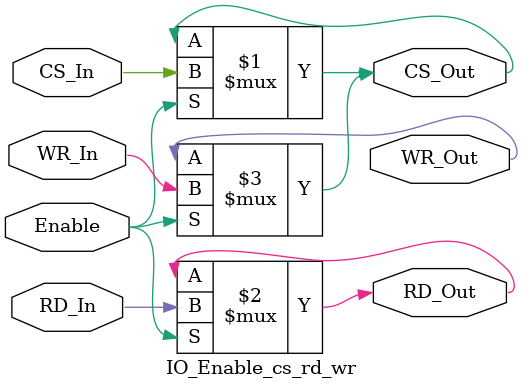
<source format=v>
`timescale 1ns / 1ps
module IO_Enable_cs_rd_wr(Enable, CS_In, RD_In, WR_In, CS_Out, RD_Out, WR_Out);

  input CS_In, RD_In, WR_In, Enable;
  output wire CS_Out, RD_Out, WR_Out;
  
  assign CS_Out = Enable ? (CS_In): CS_Out;
  assign RD_Out = Enable ? (RD_In): RD_Out;
  assign CS_Out = Enable ? (WR_In): WR_Out;  


endmodule

</source>
